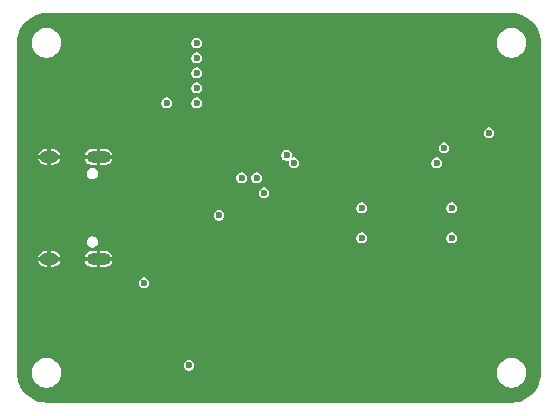
<source format=gbr>
G04 #@! TF.GenerationSoftware,KiCad,Pcbnew,9.0.2+dfsg-1*
G04 #@! TF.CreationDate,2025-08-10T10:43:45+08:00*
G04 #@! TF.ProjectId,stlink,73746c69-6e6b-42e6-9b69-6361645f7063,a*
G04 #@! TF.SameCoordinates,Original*
G04 #@! TF.FileFunction,Copper,L3,Inr*
G04 #@! TF.FilePolarity,Positive*
%FSLAX46Y46*%
G04 Gerber Fmt 4.6, Leading zero omitted, Abs format (unit mm)*
G04 Created by KiCad (PCBNEW 9.0.2+dfsg-1) date 2025-08-10 10:43:45*
%MOMM*%
%LPD*%
G01*
G04 APERTURE LIST*
G04 #@! TA.AperFunction,ComponentPad*
%ADD10O,2.100000X1.000000*%
G04 #@! TD*
G04 #@! TA.AperFunction,ComponentPad*
%ADD11O,1.600000X1.000000*%
G04 #@! TD*
G04 #@! TA.AperFunction,ViaPad*
%ADD12C,0.600000*%
G04 #@! TD*
G04 APERTURE END LIST*
D10*
G04 #@! TO.N,GND*
G04 #@! TO.C,J1*
X108540000Y-84580000D03*
D11*
X104360000Y-84580000D03*
D10*
X108540000Y-93220000D03*
D11*
X104360000Y-93220000D03*
G04 #@! TD*
D12*
G04 #@! TO.N,GND*
X114300000Y-76200000D03*
X107315000Y-89535000D03*
X114300000Y-78740000D03*
X107315000Y-88265000D03*
X114300000Y-74930000D03*
G04 #@! TO.N,+3V3*
X116840000Y-77470000D03*
X114300000Y-80010000D03*
X116205000Y-102235000D03*
X116840000Y-78740000D03*
X116840000Y-74930000D03*
X141605000Y-82550000D03*
X116840000Y-76200000D03*
X112395000Y-95250000D03*
X116840000Y-80010000D03*
G04 #@! TO.N,T_DIO*
X138430000Y-88900000D03*
X122555000Y-87630000D03*
G04 #@! TO.N,T_CLK*
X121920000Y-86360000D03*
X130810000Y-88900000D03*
G04 #@! TO.N,T_RX*
X137795000Y-83820000D03*
X124460000Y-84455000D03*
G04 #@! TO.N,T_TX*
X137160000Y-85090000D03*
X125095000Y-85090000D03*
G04 #@! TO.N,T_RST*
X138430000Y-91440000D03*
X120650000Y-86360000D03*
G04 #@! TO.N,T_SWO*
X118745000Y-89535000D03*
X130810000Y-91440000D03*
G04 #@! TD*
G04 #@! TA.AperFunction,Conductor*
G04 #@! TO.N,GND*
G36*
X143512264Y-72415637D02*
G01*
X143539262Y-72417270D01*
X143808559Y-72433559D01*
X143817558Y-72434653D01*
X144107294Y-72487748D01*
X144116089Y-72489916D01*
X144397309Y-72577548D01*
X144405800Y-72580768D01*
X144674399Y-72701654D01*
X144682437Y-72705873D01*
X144934510Y-72858256D01*
X144941983Y-72863415D01*
X145173843Y-73045066D01*
X145180640Y-73051088D01*
X145388911Y-73259359D01*
X145394933Y-73266156D01*
X145576584Y-73498016D01*
X145581743Y-73505489D01*
X145734126Y-73757562D01*
X145738346Y-73765603D01*
X145859231Y-74034199D01*
X145862451Y-74042690D01*
X145950080Y-74323899D01*
X145952253Y-74332716D01*
X146005345Y-74622433D01*
X146006440Y-74631447D01*
X146024363Y-74927735D01*
X146024500Y-74932276D01*
X146024500Y-102867723D01*
X146024363Y-102872264D01*
X146006440Y-103168552D01*
X146005345Y-103177566D01*
X145952253Y-103467283D01*
X145950080Y-103476100D01*
X145862451Y-103757309D01*
X145859231Y-103765800D01*
X145738346Y-104034396D01*
X145734126Y-104042437D01*
X145581743Y-104294510D01*
X145576584Y-104301983D01*
X145394933Y-104533843D01*
X145388911Y-104540640D01*
X145180640Y-104748911D01*
X145173843Y-104754933D01*
X144941983Y-104936584D01*
X144934510Y-104941743D01*
X144682437Y-105094126D01*
X144674396Y-105098346D01*
X144405800Y-105219231D01*
X144397309Y-105222451D01*
X144116100Y-105310080D01*
X144107283Y-105312253D01*
X143817566Y-105365345D01*
X143808552Y-105366440D01*
X143512265Y-105384363D01*
X143507724Y-105384500D01*
X104142276Y-105384500D01*
X104137735Y-105384363D01*
X103841447Y-105366440D01*
X103832433Y-105365345D01*
X103542716Y-105312253D01*
X103533899Y-105310080D01*
X103252690Y-105222451D01*
X103244199Y-105219231D01*
X102975603Y-105098346D01*
X102967562Y-105094126D01*
X102715489Y-104941743D01*
X102708016Y-104936584D01*
X102476156Y-104754933D01*
X102469359Y-104748911D01*
X102261088Y-104540640D01*
X102255066Y-104533843D01*
X102073415Y-104301983D01*
X102068256Y-104294510D01*
X101915871Y-104042434D01*
X101911653Y-104034396D01*
X101790768Y-103765800D01*
X101787548Y-103757309D01*
X101765395Y-103686218D01*
X101699916Y-103476089D01*
X101697748Y-103467294D01*
X101644653Y-103177558D01*
X101643559Y-103168559D01*
X101625637Y-102872263D01*
X101625500Y-102867723D01*
X101625500Y-102771392D01*
X102887100Y-102771392D01*
X102887100Y-102968607D01*
X102917950Y-103163385D01*
X102917953Y-103163400D01*
X102978891Y-103350946D01*
X103068424Y-103526664D01*
X103184343Y-103686210D01*
X103184350Y-103686218D01*
X103323781Y-103825649D01*
X103323789Y-103825656D01*
X103323791Y-103825658D01*
X103361866Y-103853321D01*
X103483335Y-103941575D01*
X103659053Y-104031108D01*
X103846599Y-104092046D01*
X103846608Y-104092047D01*
X103846612Y-104092049D01*
X104041395Y-104122900D01*
X104041399Y-104122900D01*
X104238601Y-104122900D01*
X104238605Y-104122900D01*
X104433388Y-104092049D01*
X104433392Y-104092047D01*
X104433400Y-104092046D01*
X104571157Y-104047285D01*
X104620947Y-104031108D01*
X104796663Y-103941576D01*
X104956209Y-103825658D01*
X105095658Y-103686209D01*
X105211576Y-103526663D01*
X105301108Y-103350947D01*
X105317527Y-103300414D01*
X105362046Y-103163400D01*
X105362047Y-103163392D01*
X105362049Y-103163388D01*
X105392900Y-102968605D01*
X105392900Y-102771395D01*
X105392900Y-102771392D01*
X142257100Y-102771392D01*
X142257100Y-102968607D01*
X142287950Y-103163385D01*
X142287953Y-103163400D01*
X142348891Y-103350946D01*
X142438424Y-103526664D01*
X142554343Y-103686210D01*
X142554350Y-103686218D01*
X142693781Y-103825649D01*
X142693789Y-103825656D01*
X142693791Y-103825658D01*
X142731866Y-103853321D01*
X142853335Y-103941575D01*
X143029053Y-104031108D01*
X143216599Y-104092046D01*
X143216608Y-104092047D01*
X143216612Y-104092049D01*
X143411395Y-104122900D01*
X143411399Y-104122900D01*
X143608601Y-104122900D01*
X143608605Y-104122900D01*
X143803388Y-104092049D01*
X143803392Y-104092047D01*
X143803400Y-104092046D01*
X143941157Y-104047285D01*
X143990947Y-104031108D01*
X144166663Y-103941576D01*
X144326209Y-103825658D01*
X144465658Y-103686209D01*
X144581576Y-103526663D01*
X144671108Y-103350947D01*
X144687527Y-103300414D01*
X144732046Y-103163400D01*
X144732047Y-103163392D01*
X144732049Y-103163388D01*
X144762900Y-102968605D01*
X144762900Y-102771395D01*
X144732049Y-102576612D01*
X144732047Y-102576608D01*
X144732046Y-102576599D01*
X144671108Y-102389053D01*
X144581575Y-102213335D01*
X144470304Y-102060186D01*
X144465658Y-102053791D01*
X144465656Y-102053789D01*
X144465649Y-102053781D01*
X144326218Y-101914350D01*
X144326210Y-101914343D01*
X144166664Y-101798424D01*
X143990946Y-101708891D01*
X143803400Y-101647953D01*
X143803385Y-101647950D01*
X143608607Y-101617100D01*
X143608605Y-101617100D01*
X143411395Y-101617100D01*
X143411392Y-101617100D01*
X143216614Y-101647950D01*
X143216599Y-101647953D01*
X143029053Y-101708891D01*
X142853335Y-101798424D01*
X142693789Y-101914343D01*
X142693781Y-101914350D01*
X142554350Y-102053781D01*
X142554343Y-102053789D01*
X142438424Y-102213335D01*
X142348891Y-102389053D01*
X142287953Y-102576599D01*
X142287950Y-102576614D01*
X142257100Y-102771392D01*
X105392900Y-102771392D01*
X105362049Y-102576612D01*
X105362047Y-102576608D01*
X105362046Y-102576599D01*
X105301108Y-102389053D01*
X105252994Y-102294625D01*
X105211576Y-102213337D01*
X105183995Y-102175375D01*
X115752100Y-102175375D01*
X115752100Y-102294625D01*
X115782964Y-102409813D01*
X115782964Y-102409814D01*
X115842589Y-102513087D01*
X115926912Y-102597410D01*
X115986538Y-102631834D01*
X116030187Y-102657036D01*
X116145375Y-102687900D01*
X116145378Y-102687900D01*
X116264622Y-102687900D01*
X116264625Y-102687900D01*
X116379813Y-102657036D01*
X116483087Y-102597410D01*
X116567410Y-102513087D01*
X116627036Y-102409813D01*
X116657900Y-102294625D01*
X116657900Y-102175375D01*
X116627036Y-102060187D01*
X116623342Y-102053789D01*
X116567410Y-101956912D01*
X116483087Y-101872589D01*
X116379813Y-101812964D01*
X116264625Y-101782100D01*
X116145375Y-101782100D01*
X116058984Y-101805248D01*
X116030186Y-101812964D01*
X116030185Y-101812964D01*
X115926912Y-101872589D01*
X115842589Y-101956912D01*
X115782964Y-102060185D01*
X115782964Y-102060186D01*
X115782964Y-102060187D01*
X115752100Y-102175375D01*
X105183995Y-102175375D01*
X105095658Y-102053791D01*
X105095656Y-102053789D01*
X105095649Y-102053781D01*
X104956218Y-101914350D01*
X104956210Y-101914343D01*
X104796664Y-101798424D01*
X104620946Y-101708891D01*
X104433400Y-101647953D01*
X104433385Y-101647950D01*
X104238607Y-101617100D01*
X104238605Y-101617100D01*
X104041395Y-101617100D01*
X104041392Y-101617100D01*
X103846614Y-101647950D01*
X103846599Y-101647953D01*
X103659053Y-101708891D01*
X103483335Y-101798424D01*
X103323789Y-101914343D01*
X103323781Y-101914350D01*
X103184350Y-102053781D01*
X103184343Y-102053789D01*
X103068424Y-102213335D01*
X102978891Y-102389053D01*
X102917953Y-102576599D01*
X102917950Y-102576614D01*
X102887100Y-102771392D01*
X101625500Y-102771392D01*
X101625500Y-95190375D01*
X111942100Y-95190375D01*
X111942100Y-95309625D01*
X111972964Y-95424813D01*
X111972964Y-95424814D01*
X112032589Y-95528087D01*
X112116912Y-95612410D01*
X112176538Y-95646834D01*
X112220187Y-95672036D01*
X112335375Y-95702900D01*
X112335378Y-95702900D01*
X112454622Y-95702900D01*
X112454625Y-95702900D01*
X112569813Y-95672036D01*
X112673087Y-95612410D01*
X112757410Y-95528087D01*
X112817036Y-95424813D01*
X112847900Y-95309625D01*
X112847900Y-95190375D01*
X112817036Y-95075187D01*
X112817035Y-95075185D01*
X112757410Y-94971912D01*
X112673087Y-94887589D01*
X112569813Y-94827964D01*
X112454625Y-94797100D01*
X112335375Y-94797100D01*
X112248984Y-94820248D01*
X112220186Y-94827964D01*
X112220185Y-94827964D01*
X112116912Y-94887589D01*
X112032589Y-94971912D01*
X111972964Y-95075185D01*
X111972964Y-95075186D01*
X111972964Y-95075187D01*
X111942100Y-95190375D01*
X101625500Y-95190375D01*
X101625500Y-93067599D01*
X103425132Y-93067599D01*
X103425133Y-93067600D01*
X103801577Y-93067600D01*
X103780444Y-93104204D01*
X103760000Y-93180504D01*
X103760000Y-93259496D01*
X103780444Y-93335796D01*
X103801577Y-93372400D01*
X103425133Y-93372400D01*
X103432671Y-93410298D01*
X103481851Y-93529029D01*
X103553244Y-93635877D01*
X103553252Y-93635886D01*
X103644113Y-93726747D01*
X103644122Y-93726755D01*
X103750970Y-93798148D01*
X103869698Y-93847327D01*
X103869699Y-93847328D01*
X103995743Y-93872400D01*
X104207600Y-93872400D01*
X104207600Y-93520000D01*
X104512400Y-93520000D01*
X104512400Y-93872400D01*
X104724257Y-93872400D01*
X104850300Y-93847328D01*
X104850301Y-93847327D01*
X104969029Y-93798148D01*
X105075877Y-93726755D01*
X105075886Y-93726747D01*
X105166747Y-93635886D01*
X105166755Y-93635877D01*
X105238148Y-93529029D01*
X105287328Y-93410298D01*
X105294867Y-93372400D01*
X104918423Y-93372400D01*
X104939556Y-93335796D01*
X104960000Y-93259496D01*
X104960000Y-93180504D01*
X104939556Y-93104204D01*
X104918423Y-93067600D01*
X105294867Y-93067600D01*
X105294867Y-93067599D01*
X107355132Y-93067599D01*
X107355133Y-93067600D01*
X107731577Y-93067600D01*
X107710444Y-93104204D01*
X107690000Y-93180504D01*
X107690000Y-93259496D01*
X107710444Y-93335796D01*
X107731577Y-93372400D01*
X107355133Y-93372400D01*
X107362671Y-93410298D01*
X107411851Y-93529029D01*
X107483244Y-93635877D01*
X107483252Y-93635886D01*
X107574113Y-93726747D01*
X107574122Y-93726755D01*
X107680970Y-93798148D01*
X107799698Y-93847327D01*
X107799699Y-93847328D01*
X107925743Y-93872400D01*
X108387600Y-93872400D01*
X108387600Y-93520000D01*
X108692400Y-93520000D01*
X108692400Y-93872400D01*
X109154257Y-93872400D01*
X109280300Y-93847328D01*
X109280301Y-93847327D01*
X109399029Y-93798148D01*
X109505877Y-93726755D01*
X109505886Y-93726747D01*
X109596747Y-93635886D01*
X109596755Y-93635877D01*
X109668148Y-93529029D01*
X109717328Y-93410298D01*
X109724867Y-93372400D01*
X109348423Y-93372400D01*
X109369556Y-93335796D01*
X109390000Y-93259496D01*
X109390000Y-93180504D01*
X109369556Y-93104204D01*
X109348423Y-93067600D01*
X109724867Y-93067600D01*
X109724867Y-93067599D01*
X109717328Y-93029701D01*
X109668148Y-92910970D01*
X109596755Y-92804122D01*
X109596747Y-92804113D01*
X109505886Y-92713252D01*
X109505877Y-92713244D01*
X109399029Y-92641851D01*
X109280301Y-92592672D01*
X109280300Y-92592671D01*
X109154257Y-92567600D01*
X108692400Y-92567600D01*
X108692400Y-92920000D01*
X108387600Y-92920000D01*
X108387600Y-92567600D01*
X107925743Y-92567600D01*
X107799699Y-92592671D01*
X107799698Y-92592672D01*
X107680970Y-92641851D01*
X107574122Y-92713244D01*
X107574113Y-92713252D01*
X107483252Y-92804113D01*
X107483244Y-92804122D01*
X107411851Y-92910970D01*
X107362671Y-93029701D01*
X107355132Y-93067599D01*
X105294867Y-93067599D01*
X105287328Y-93029701D01*
X105238148Y-92910970D01*
X105166755Y-92804122D01*
X105166747Y-92804113D01*
X105075886Y-92713252D01*
X105075877Y-92713244D01*
X104969029Y-92641851D01*
X104850301Y-92592672D01*
X104850300Y-92592671D01*
X104724257Y-92567600D01*
X104512400Y-92567600D01*
X104512400Y-92920000D01*
X104207600Y-92920000D01*
X104207600Y-92567600D01*
X103995743Y-92567600D01*
X103869699Y-92592671D01*
X103869698Y-92592672D01*
X103750970Y-92641851D01*
X103644122Y-92713244D01*
X103644113Y-92713252D01*
X103553252Y-92804113D01*
X103553244Y-92804122D01*
X103481851Y-92910970D01*
X103432671Y-93029701D01*
X103425132Y-93067599D01*
X101625500Y-93067599D01*
X101625500Y-91727083D01*
X107532100Y-91727083D01*
X107532100Y-91852917D01*
X107564668Y-91974462D01*
X107564671Y-91974470D01*
X107627584Y-92083438D01*
X107716561Y-92172415D01*
X107825529Y-92235328D01*
X107825532Y-92235329D01*
X107825537Y-92235332D01*
X107947083Y-92267900D01*
X107947086Y-92267900D01*
X108072914Y-92267900D01*
X108072917Y-92267900D01*
X108194463Y-92235332D01*
X108303438Y-92172415D01*
X108392415Y-92083438D01*
X108455332Y-91974463D01*
X108487900Y-91852917D01*
X108487900Y-91727083D01*
X108455332Y-91605537D01*
X108455329Y-91605532D01*
X108455328Y-91605529D01*
X108392415Y-91496561D01*
X108303438Y-91407584D01*
X108256311Y-91380375D01*
X130357100Y-91380375D01*
X130357100Y-91499625D01*
X130385476Y-91605529D01*
X130387964Y-91614813D01*
X130387964Y-91614814D01*
X130447589Y-91718087D01*
X130531912Y-91802410D01*
X130591538Y-91836834D01*
X130635187Y-91862036D01*
X130750375Y-91892900D01*
X130750378Y-91892900D01*
X130869622Y-91892900D01*
X130869625Y-91892900D01*
X130984813Y-91862036D01*
X131088087Y-91802410D01*
X131172410Y-91718087D01*
X131232036Y-91614813D01*
X131262900Y-91499625D01*
X131262900Y-91380375D01*
X137977100Y-91380375D01*
X137977100Y-91499625D01*
X138005476Y-91605529D01*
X138007964Y-91614813D01*
X138007964Y-91614814D01*
X138067589Y-91718087D01*
X138151912Y-91802410D01*
X138211538Y-91836834D01*
X138255187Y-91862036D01*
X138370375Y-91892900D01*
X138370378Y-91892900D01*
X138489622Y-91892900D01*
X138489625Y-91892900D01*
X138604813Y-91862036D01*
X138708087Y-91802410D01*
X138792410Y-91718087D01*
X138852036Y-91614813D01*
X138882900Y-91499625D01*
X138882900Y-91380375D01*
X138852036Y-91265187D01*
X138852035Y-91265185D01*
X138792410Y-91161912D01*
X138708087Y-91077589D01*
X138604813Y-91017964D01*
X138489625Y-90987100D01*
X138370375Y-90987100D01*
X138283984Y-91010248D01*
X138255186Y-91017964D01*
X138255185Y-91017964D01*
X138151912Y-91077589D01*
X138067589Y-91161912D01*
X138007964Y-91265185D01*
X138007964Y-91265186D01*
X138007964Y-91265187D01*
X137977100Y-91380375D01*
X131262900Y-91380375D01*
X131232036Y-91265187D01*
X131232035Y-91265185D01*
X131172410Y-91161912D01*
X131088087Y-91077589D01*
X130984813Y-91017964D01*
X130869625Y-90987100D01*
X130750375Y-90987100D01*
X130663984Y-91010248D01*
X130635186Y-91017964D01*
X130635185Y-91017964D01*
X130531912Y-91077589D01*
X130447589Y-91161912D01*
X130387964Y-91265185D01*
X130387964Y-91265186D01*
X130387964Y-91265187D01*
X130357100Y-91380375D01*
X108256311Y-91380375D01*
X108194470Y-91344671D01*
X108194464Y-91344669D01*
X108194463Y-91344668D01*
X108072917Y-91312100D01*
X107947083Y-91312100D01*
X107825537Y-91344668D01*
X107825529Y-91344671D01*
X107716561Y-91407584D01*
X107627584Y-91496561D01*
X107564671Y-91605529D01*
X107564668Y-91605537D01*
X107532100Y-91727083D01*
X101625500Y-91727083D01*
X101625500Y-89475375D01*
X118292100Y-89475375D01*
X118292100Y-89594625D01*
X118322964Y-89709813D01*
X118322964Y-89709814D01*
X118382589Y-89813087D01*
X118466912Y-89897410D01*
X118526538Y-89931834D01*
X118570187Y-89957036D01*
X118685375Y-89987900D01*
X118685378Y-89987900D01*
X118804622Y-89987900D01*
X118804625Y-89987900D01*
X118919813Y-89957036D01*
X119023087Y-89897410D01*
X119107410Y-89813087D01*
X119167036Y-89709813D01*
X119197900Y-89594625D01*
X119197900Y-89475375D01*
X119167036Y-89360187D01*
X119162829Y-89352900D01*
X119107410Y-89256912D01*
X119023087Y-89172589D01*
X118919813Y-89112964D01*
X118804625Y-89082100D01*
X118685375Y-89082100D01*
X118598984Y-89105248D01*
X118570186Y-89112964D01*
X118570185Y-89112964D01*
X118466912Y-89172589D01*
X118382589Y-89256912D01*
X118322964Y-89360185D01*
X118322964Y-89360186D01*
X118322964Y-89360187D01*
X118292100Y-89475375D01*
X101625500Y-89475375D01*
X101625500Y-88840375D01*
X130357100Y-88840375D01*
X130357100Y-88959625D01*
X130387964Y-89074813D01*
X130387964Y-89074814D01*
X130447589Y-89178087D01*
X130531912Y-89262410D01*
X130591538Y-89296834D01*
X130635187Y-89322036D01*
X130750375Y-89352900D01*
X130750378Y-89352900D01*
X130869622Y-89352900D01*
X130869625Y-89352900D01*
X130984813Y-89322036D01*
X131088087Y-89262410D01*
X131172410Y-89178087D01*
X131232036Y-89074813D01*
X131262900Y-88959625D01*
X131262900Y-88840375D01*
X137977100Y-88840375D01*
X137977100Y-88959625D01*
X138007964Y-89074813D01*
X138007964Y-89074814D01*
X138067589Y-89178087D01*
X138151912Y-89262410D01*
X138211538Y-89296834D01*
X138255187Y-89322036D01*
X138370375Y-89352900D01*
X138370378Y-89352900D01*
X138489622Y-89352900D01*
X138489625Y-89352900D01*
X138604813Y-89322036D01*
X138708087Y-89262410D01*
X138792410Y-89178087D01*
X138852036Y-89074813D01*
X138882900Y-88959625D01*
X138882900Y-88840375D01*
X138852036Y-88725187D01*
X138852035Y-88725185D01*
X138792410Y-88621912D01*
X138708087Y-88537589D01*
X138604813Y-88477964D01*
X138489625Y-88447100D01*
X138370375Y-88447100D01*
X138283984Y-88470248D01*
X138255186Y-88477964D01*
X138255185Y-88477964D01*
X138151912Y-88537589D01*
X138067589Y-88621912D01*
X138007964Y-88725185D01*
X138007964Y-88725186D01*
X138007964Y-88725187D01*
X137977100Y-88840375D01*
X131262900Y-88840375D01*
X131232036Y-88725187D01*
X131232035Y-88725185D01*
X131172410Y-88621912D01*
X131088087Y-88537589D01*
X130984813Y-88477964D01*
X130869625Y-88447100D01*
X130750375Y-88447100D01*
X130663984Y-88470248D01*
X130635186Y-88477964D01*
X130635185Y-88477964D01*
X130531912Y-88537589D01*
X130447589Y-88621912D01*
X130387964Y-88725185D01*
X130387964Y-88725186D01*
X130387964Y-88725187D01*
X130357100Y-88840375D01*
X101625500Y-88840375D01*
X101625500Y-87570375D01*
X122102100Y-87570375D01*
X122102100Y-87689625D01*
X122132964Y-87804813D01*
X122132964Y-87804814D01*
X122192589Y-87908087D01*
X122276912Y-87992410D01*
X122336538Y-88026834D01*
X122380187Y-88052036D01*
X122495375Y-88082900D01*
X122495378Y-88082900D01*
X122614622Y-88082900D01*
X122614625Y-88082900D01*
X122729813Y-88052036D01*
X122833087Y-87992410D01*
X122917410Y-87908087D01*
X122977036Y-87804813D01*
X123007900Y-87689625D01*
X123007900Y-87570375D01*
X122977036Y-87455187D01*
X122977035Y-87455185D01*
X122917410Y-87351912D01*
X122833087Y-87267589D01*
X122729813Y-87207964D01*
X122614625Y-87177100D01*
X122495375Y-87177100D01*
X122408984Y-87200248D01*
X122380186Y-87207964D01*
X122380185Y-87207964D01*
X122276912Y-87267589D01*
X122192589Y-87351912D01*
X122132964Y-87455185D01*
X122132964Y-87455186D01*
X122132964Y-87455187D01*
X122102100Y-87570375D01*
X101625500Y-87570375D01*
X101625500Y-85947083D01*
X107532100Y-85947083D01*
X107532100Y-86072917D01*
X107562183Y-86185187D01*
X107564668Y-86194462D01*
X107564671Y-86194470D01*
X107627584Y-86303438D01*
X107716561Y-86392415D01*
X107825529Y-86455328D01*
X107825532Y-86455329D01*
X107825537Y-86455332D01*
X107947083Y-86487900D01*
X107947086Y-86487900D01*
X108072914Y-86487900D01*
X108072917Y-86487900D01*
X108194463Y-86455332D01*
X108303438Y-86392415D01*
X108392415Y-86303438D01*
X108394183Y-86300375D01*
X120197100Y-86300375D01*
X120197100Y-86419625D01*
X120215394Y-86487900D01*
X120227964Y-86534813D01*
X120227964Y-86534814D01*
X120287589Y-86638087D01*
X120371912Y-86722410D01*
X120431538Y-86756834D01*
X120475187Y-86782036D01*
X120590375Y-86812900D01*
X120590378Y-86812900D01*
X120709622Y-86812900D01*
X120709625Y-86812900D01*
X120824813Y-86782036D01*
X120928087Y-86722410D01*
X121012410Y-86638087D01*
X121072036Y-86534813D01*
X121102900Y-86419625D01*
X121102900Y-86300375D01*
X121467100Y-86300375D01*
X121467100Y-86419625D01*
X121485394Y-86487900D01*
X121497964Y-86534813D01*
X121497964Y-86534814D01*
X121557589Y-86638087D01*
X121641912Y-86722410D01*
X121701538Y-86756834D01*
X121745187Y-86782036D01*
X121860375Y-86812900D01*
X121860378Y-86812900D01*
X121979622Y-86812900D01*
X121979625Y-86812900D01*
X122094813Y-86782036D01*
X122198087Y-86722410D01*
X122282410Y-86638087D01*
X122342036Y-86534813D01*
X122372900Y-86419625D01*
X122372900Y-86300375D01*
X122342036Y-86185187D01*
X122342035Y-86185185D01*
X122282410Y-86081912D01*
X122198087Y-85997589D01*
X122094813Y-85937964D01*
X121979625Y-85907100D01*
X121860375Y-85907100D01*
X121773984Y-85930248D01*
X121745186Y-85937964D01*
X121745185Y-85937964D01*
X121641912Y-85997589D01*
X121557589Y-86081912D01*
X121497964Y-86185185D01*
X121497964Y-86185186D01*
X121487676Y-86223583D01*
X121467100Y-86300375D01*
X121102900Y-86300375D01*
X121072036Y-86185187D01*
X121072035Y-86185185D01*
X121012410Y-86081912D01*
X120928087Y-85997589D01*
X120824813Y-85937964D01*
X120709625Y-85907100D01*
X120590375Y-85907100D01*
X120503984Y-85930248D01*
X120475186Y-85937964D01*
X120475185Y-85937964D01*
X120371912Y-85997589D01*
X120287589Y-86081912D01*
X120227964Y-86185185D01*
X120227964Y-86185186D01*
X120217676Y-86223583D01*
X120197100Y-86300375D01*
X108394183Y-86300375D01*
X108455332Y-86194463D01*
X108487900Y-86072917D01*
X108487900Y-85947083D01*
X108455332Y-85825537D01*
X108455329Y-85825532D01*
X108455328Y-85825529D01*
X108392415Y-85716561D01*
X108303438Y-85627584D01*
X108194470Y-85564671D01*
X108194464Y-85564669D01*
X108194463Y-85564668D01*
X108072917Y-85532100D01*
X107947083Y-85532100D01*
X107825537Y-85564668D01*
X107825529Y-85564671D01*
X107716561Y-85627584D01*
X107627584Y-85716561D01*
X107564671Y-85825529D01*
X107564668Y-85825537D01*
X107532100Y-85947083D01*
X101625500Y-85947083D01*
X101625500Y-84427599D01*
X103425132Y-84427599D01*
X103425133Y-84427600D01*
X103801577Y-84427600D01*
X103780444Y-84464204D01*
X103760000Y-84540504D01*
X103760000Y-84619496D01*
X103780444Y-84695796D01*
X103801577Y-84732400D01*
X103425133Y-84732400D01*
X103432671Y-84770298D01*
X103481851Y-84889029D01*
X103553244Y-84995877D01*
X103553252Y-84995886D01*
X103644113Y-85086747D01*
X103644122Y-85086755D01*
X103750970Y-85158148D01*
X103869698Y-85207327D01*
X103869699Y-85207328D01*
X103995743Y-85232400D01*
X104207600Y-85232400D01*
X104207600Y-84880000D01*
X104512400Y-84880000D01*
X104512400Y-85232400D01*
X104724257Y-85232400D01*
X104850300Y-85207328D01*
X104850301Y-85207327D01*
X104969029Y-85158148D01*
X105075877Y-85086755D01*
X105075886Y-85086747D01*
X105166747Y-84995886D01*
X105166755Y-84995877D01*
X105238148Y-84889029D01*
X105287328Y-84770298D01*
X105294867Y-84732400D01*
X104918423Y-84732400D01*
X104939556Y-84695796D01*
X104960000Y-84619496D01*
X104960000Y-84540504D01*
X104939556Y-84464204D01*
X104918423Y-84427600D01*
X105294867Y-84427600D01*
X105294867Y-84427599D01*
X107355132Y-84427599D01*
X107355133Y-84427600D01*
X107731577Y-84427600D01*
X107710444Y-84464204D01*
X107690000Y-84540504D01*
X107690000Y-84619496D01*
X107710444Y-84695796D01*
X107731577Y-84732400D01*
X107355133Y-84732400D01*
X107362671Y-84770298D01*
X107411851Y-84889029D01*
X107483244Y-84995877D01*
X107483252Y-84995886D01*
X107574113Y-85086747D01*
X107574122Y-85086755D01*
X107680970Y-85158148D01*
X107799698Y-85207327D01*
X107799699Y-85207328D01*
X107925743Y-85232400D01*
X108387600Y-85232400D01*
X108387600Y-84880000D01*
X108692400Y-84880000D01*
X108692400Y-85232400D01*
X109154257Y-85232400D01*
X109280300Y-85207328D01*
X109280301Y-85207327D01*
X109399029Y-85158148D01*
X109505877Y-85086755D01*
X109505886Y-85086747D01*
X109596747Y-84995886D01*
X109596755Y-84995877D01*
X109668148Y-84889029D01*
X109717328Y-84770298D01*
X109724867Y-84732400D01*
X109348423Y-84732400D01*
X109369556Y-84695796D01*
X109390000Y-84619496D01*
X109390000Y-84540504D01*
X109369556Y-84464204D01*
X109348423Y-84427600D01*
X109724867Y-84427600D01*
X109724867Y-84427599D01*
X109720395Y-84405117D01*
X109718457Y-84395375D01*
X124007100Y-84395375D01*
X124007100Y-84514625D01*
X124031948Y-84607360D01*
X124037964Y-84629813D01*
X124037964Y-84629814D01*
X124097589Y-84733087D01*
X124181912Y-84817410D01*
X124241538Y-84851834D01*
X124285187Y-84877036D01*
X124400375Y-84907900D01*
X124400378Y-84907900D01*
X124519625Y-84907900D01*
X124561118Y-84896782D01*
X124612360Y-84901264D01*
X124648734Y-84937637D01*
X124653218Y-84988881D01*
X124642100Y-85030375D01*
X124642100Y-85149625D01*
X124664279Y-85232400D01*
X124672964Y-85264813D01*
X124672964Y-85264814D01*
X124732589Y-85368087D01*
X124816912Y-85452410D01*
X124876538Y-85486834D01*
X124920187Y-85512036D01*
X125035375Y-85542900D01*
X125035378Y-85542900D01*
X125154622Y-85542900D01*
X125154625Y-85542900D01*
X125269813Y-85512036D01*
X125373087Y-85452410D01*
X125457410Y-85368087D01*
X125517036Y-85264813D01*
X125547900Y-85149625D01*
X125547900Y-85030375D01*
X136707100Y-85030375D01*
X136707100Y-85149625D01*
X136729279Y-85232400D01*
X136737964Y-85264813D01*
X136737964Y-85264814D01*
X136797589Y-85368087D01*
X136881912Y-85452410D01*
X136941538Y-85486834D01*
X136985187Y-85512036D01*
X137100375Y-85542900D01*
X137100378Y-85542900D01*
X137219622Y-85542900D01*
X137219625Y-85542900D01*
X137334813Y-85512036D01*
X137438087Y-85452410D01*
X137522410Y-85368087D01*
X137582036Y-85264813D01*
X137612900Y-85149625D01*
X137612900Y-85030375D01*
X137582036Y-84915187D01*
X137577829Y-84907900D01*
X137522410Y-84811912D01*
X137438087Y-84727589D01*
X137334813Y-84667964D01*
X137219625Y-84637100D01*
X137100375Y-84637100D01*
X137013984Y-84660248D01*
X136985186Y-84667964D01*
X136985185Y-84667964D01*
X136881912Y-84727589D01*
X136797589Y-84811912D01*
X136737964Y-84915185D01*
X136737964Y-84915186D01*
X136737964Y-84915187D01*
X136707100Y-85030375D01*
X125547900Y-85030375D01*
X125517036Y-84915187D01*
X125512829Y-84907900D01*
X125457410Y-84811912D01*
X125373087Y-84727589D01*
X125269813Y-84667964D01*
X125154625Y-84637100D01*
X125035375Y-84637100D01*
X124993881Y-84648218D01*
X124942637Y-84643734D01*
X124906264Y-84607360D01*
X124901782Y-84556118D01*
X124912900Y-84514625D01*
X124912900Y-84395375D01*
X124882036Y-84280187D01*
X124877829Y-84272900D01*
X124822410Y-84176912D01*
X124738087Y-84092589D01*
X124634813Y-84032964D01*
X124519625Y-84002100D01*
X124400375Y-84002100D01*
X124313984Y-84025248D01*
X124285186Y-84032964D01*
X124285185Y-84032964D01*
X124181912Y-84092589D01*
X124097589Y-84176912D01*
X124037964Y-84280185D01*
X124037964Y-84280186D01*
X124037964Y-84280187D01*
X124007100Y-84395375D01*
X109718457Y-84395375D01*
X109717328Y-84389701D01*
X109668148Y-84270970D01*
X109596755Y-84164122D01*
X109596747Y-84164113D01*
X109505886Y-84073252D01*
X109505877Y-84073244D01*
X109399029Y-84001851D01*
X109280301Y-83952672D01*
X109280300Y-83952671D01*
X109154257Y-83927600D01*
X108692400Y-83927600D01*
X108692400Y-84280000D01*
X108387600Y-84280000D01*
X108387600Y-83927600D01*
X107925743Y-83927600D01*
X107799699Y-83952671D01*
X107799698Y-83952672D01*
X107680970Y-84001851D01*
X107574122Y-84073244D01*
X107574113Y-84073252D01*
X107483252Y-84164113D01*
X107483244Y-84164122D01*
X107411851Y-84270970D01*
X107362671Y-84389701D01*
X107355132Y-84427599D01*
X105294867Y-84427599D01*
X105287328Y-84389701D01*
X105238148Y-84270970D01*
X105166755Y-84164122D01*
X105166747Y-84164113D01*
X105075886Y-84073252D01*
X105075877Y-84073244D01*
X104969029Y-84001851D01*
X104850301Y-83952672D01*
X104850300Y-83952671D01*
X104724257Y-83927600D01*
X104512400Y-83927600D01*
X104512400Y-84280000D01*
X104207600Y-84280000D01*
X104207600Y-83927600D01*
X103995743Y-83927600D01*
X103869699Y-83952671D01*
X103869698Y-83952672D01*
X103750970Y-84001851D01*
X103644122Y-84073244D01*
X103644113Y-84073252D01*
X103553252Y-84164113D01*
X103553244Y-84164122D01*
X103481851Y-84270970D01*
X103432671Y-84389701D01*
X103425132Y-84427599D01*
X101625500Y-84427599D01*
X101625500Y-83760375D01*
X137342100Y-83760375D01*
X137342100Y-83879625D01*
X137361673Y-83952672D01*
X137372964Y-83994813D01*
X137372964Y-83994814D01*
X137432589Y-84098087D01*
X137516912Y-84182410D01*
X137576538Y-84216834D01*
X137620187Y-84242036D01*
X137735375Y-84272900D01*
X137735378Y-84272900D01*
X137854622Y-84272900D01*
X137854625Y-84272900D01*
X137969813Y-84242036D01*
X138073087Y-84182410D01*
X138157410Y-84098087D01*
X138217036Y-83994813D01*
X138247900Y-83879625D01*
X138247900Y-83760375D01*
X138217036Y-83645187D01*
X138217035Y-83645185D01*
X138157410Y-83541912D01*
X138073087Y-83457589D01*
X137969813Y-83397964D01*
X137854625Y-83367100D01*
X137735375Y-83367100D01*
X137648984Y-83390248D01*
X137620186Y-83397964D01*
X137620185Y-83397964D01*
X137516912Y-83457589D01*
X137432589Y-83541912D01*
X137372964Y-83645185D01*
X137372964Y-83645186D01*
X137372964Y-83645187D01*
X137342100Y-83760375D01*
X101625500Y-83760375D01*
X101625500Y-82490375D01*
X141152100Y-82490375D01*
X141152100Y-82609625D01*
X141182964Y-82724813D01*
X141182964Y-82724814D01*
X141242589Y-82828087D01*
X141326912Y-82912410D01*
X141386538Y-82946834D01*
X141430187Y-82972036D01*
X141545375Y-83002900D01*
X141545378Y-83002900D01*
X141664622Y-83002900D01*
X141664625Y-83002900D01*
X141779813Y-82972036D01*
X141883087Y-82912410D01*
X141967410Y-82828087D01*
X142027036Y-82724813D01*
X142057900Y-82609625D01*
X142057900Y-82490375D01*
X142027036Y-82375187D01*
X142027035Y-82375185D01*
X141967410Y-82271912D01*
X141883087Y-82187589D01*
X141779813Y-82127964D01*
X141664625Y-82097100D01*
X141545375Y-82097100D01*
X141458984Y-82120248D01*
X141430186Y-82127964D01*
X141430185Y-82127964D01*
X141326912Y-82187589D01*
X141242589Y-82271912D01*
X141182964Y-82375185D01*
X141182964Y-82375186D01*
X141182964Y-82375187D01*
X141152100Y-82490375D01*
X101625500Y-82490375D01*
X101625500Y-79950375D01*
X113847100Y-79950375D01*
X113847100Y-80069625D01*
X113877964Y-80184813D01*
X113877964Y-80184814D01*
X113937589Y-80288087D01*
X114021912Y-80372410D01*
X114081538Y-80406834D01*
X114125187Y-80432036D01*
X114240375Y-80462900D01*
X114240378Y-80462900D01*
X114359622Y-80462900D01*
X114359625Y-80462900D01*
X114474813Y-80432036D01*
X114578087Y-80372410D01*
X114662410Y-80288087D01*
X114722036Y-80184813D01*
X114752900Y-80069625D01*
X114752900Y-79950375D01*
X116387100Y-79950375D01*
X116387100Y-80069625D01*
X116417964Y-80184813D01*
X116417964Y-80184814D01*
X116477589Y-80288087D01*
X116561912Y-80372410D01*
X116621538Y-80406834D01*
X116665187Y-80432036D01*
X116780375Y-80462900D01*
X116780378Y-80462900D01*
X116899622Y-80462900D01*
X116899625Y-80462900D01*
X117014813Y-80432036D01*
X117118087Y-80372410D01*
X117202410Y-80288087D01*
X117262036Y-80184813D01*
X117292900Y-80069625D01*
X117292900Y-79950375D01*
X117262036Y-79835187D01*
X117262035Y-79835185D01*
X117202410Y-79731912D01*
X117118087Y-79647589D01*
X117014813Y-79587964D01*
X116899625Y-79557100D01*
X116780375Y-79557100D01*
X116693984Y-79580248D01*
X116665186Y-79587964D01*
X116665185Y-79587964D01*
X116561912Y-79647589D01*
X116477589Y-79731912D01*
X116417964Y-79835185D01*
X116417964Y-79835186D01*
X116417964Y-79835187D01*
X116387100Y-79950375D01*
X114752900Y-79950375D01*
X114722036Y-79835187D01*
X114722035Y-79835185D01*
X114662410Y-79731912D01*
X114578087Y-79647589D01*
X114474813Y-79587964D01*
X114359625Y-79557100D01*
X114240375Y-79557100D01*
X114153984Y-79580248D01*
X114125186Y-79587964D01*
X114125185Y-79587964D01*
X114021912Y-79647589D01*
X113937589Y-79731912D01*
X113877964Y-79835185D01*
X113877964Y-79835186D01*
X113877964Y-79835187D01*
X113847100Y-79950375D01*
X101625500Y-79950375D01*
X101625500Y-78680375D01*
X116387100Y-78680375D01*
X116387100Y-78799625D01*
X116417964Y-78914813D01*
X116417964Y-78914814D01*
X116477589Y-79018087D01*
X116561912Y-79102410D01*
X116621538Y-79136834D01*
X116665187Y-79162036D01*
X116780375Y-79192900D01*
X116780378Y-79192900D01*
X116899622Y-79192900D01*
X116899625Y-79192900D01*
X117014813Y-79162036D01*
X117118087Y-79102410D01*
X117202410Y-79018087D01*
X117262036Y-78914813D01*
X117292900Y-78799625D01*
X117292900Y-78680375D01*
X117262036Y-78565187D01*
X117262035Y-78565185D01*
X117202410Y-78461912D01*
X117118087Y-78377589D01*
X117014813Y-78317964D01*
X116899625Y-78287100D01*
X116780375Y-78287100D01*
X116693984Y-78310248D01*
X116665186Y-78317964D01*
X116665185Y-78317964D01*
X116561912Y-78377589D01*
X116477589Y-78461912D01*
X116417964Y-78565185D01*
X116417964Y-78565186D01*
X116417964Y-78565187D01*
X116387100Y-78680375D01*
X101625500Y-78680375D01*
X101625500Y-77410375D01*
X116387100Y-77410375D01*
X116387100Y-77529625D01*
X116417964Y-77644813D01*
X116417964Y-77644814D01*
X116477589Y-77748087D01*
X116561912Y-77832410D01*
X116621538Y-77866834D01*
X116665187Y-77892036D01*
X116780375Y-77922900D01*
X116780378Y-77922900D01*
X116899622Y-77922900D01*
X116899625Y-77922900D01*
X117014813Y-77892036D01*
X117118087Y-77832410D01*
X117202410Y-77748087D01*
X117262036Y-77644813D01*
X117292900Y-77529625D01*
X117292900Y-77410375D01*
X117262036Y-77295187D01*
X117262035Y-77295185D01*
X117202410Y-77191912D01*
X117118087Y-77107589D01*
X117014813Y-77047964D01*
X116899625Y-77017100D01*
X116780375Y-77017100D01*
X116693984Y-77040248D01*
X116665186Y-77047964D01*
X116665185Y-77047964D01*
X116561912Y-77107589D01*
X116477589Y-77191912D01*
X116417964Y-77295185D01*
X116417964Y-77295186D01*
X116417964Y-77295187D01*
X116387100Y-77410375D01*
X101625500Y-77410375D01*
X101625500Y-74932276D01*
X101625637Y-74927735D01*
X101631465Y-74831392D01*
X102887100Y-74831392D01*
X102887100Y-75028607D01*
X102917950Y-75223385D01*
X102917953Y-75223400D01*
X102978891Y-75410946D01*
X103068424Y-75586664D01*
X103184343Y-75746210D01*
X103184350Y-75746218D01*
X103323781Y-75885649D01*
X103323789Y-75885656D01*
X103323791Y-75885658D01*
X103411045Y-75949052D01*
X103483335Y-76001575D01*
X103659053Y-76091108D01*
X103846599Y-76152046D01*
X103846608Y-76152047D01*
X103846612Y-76152049D01*
X104041395Y-76182900D01*
X104041399Y-76182900D01*
X104238601Y-76182900D01*
X104238605Y-76182900D01*
X104433388Y-76152049D01*
X104433392Y-76152047D01*
X104433400Y-76152046D01*
X104469319Y-76140375D01*
X116387100Y-76140375D01*
X116387100Y-76259625D01*
X116417964Y-76374813D01*
X116417964Y-76374814D01*
X116477589Y-76478087D01*
X116561912Y-76562410D01*
X116621538Y-76596834D01*
X116665187Y-76622036D01*
X116780375Y-76652900D01*
X116780378Y-76652900D01*
X116899622Y-76652900D01*
X116899625Y-76652900D01*
X117014813Y-76622036D01*
X117118087Y-76562410D01*
X117202410Y-76478087D01*
X117262036Y-76374813D01*
X117292900Y-76259625D01*
X117292900Y-76140375D01*
X117262036Y-76025187D01*
X117248404Y-76001576D01*
X117202410Y-75921912D01*
X117118087Y-75837589D01*
X117014813Y-75777964D01*
X116899625Y-75747100D01*
X116780375Y-75747100D01*
X116693984Y-75770248D01*
X116665186Y-75777964D01*
X116665185Y-75777964D01*
X116561912Y-75837589D01*
X116477589Y-75921912D01*
X116417964Y-76025185D01*
X116417964Y-76025186D01*
X116417964Y-76025187D01*
X116387100Y-76140375D01*
X104469319Y-76140375D01*
X104571157Y-76107285D01*
X104620947Y-76091108D01*
X104796663Y-76001576D01*
X104956209Y-75885658D01*
X105095658Y-75746209D01*
X105211576Y-75586663D01*
X105301108Y-75410947D01*
X105320249Y-75352036D01*
X105362046Y-75223400D01*
X105362047Y-75223392D01*
X105362049Y-75223388D01*
X105392900Y-75028605D01*
X105392900Y-74870375D01*
X116387100Y-74870375D01*
X116387100Y-74989625D01*
X116417964Y-75104813D01*
X116417964Y-75104814D01*
X116477589Y-75208087D01*
X116561912Y-75292410D01*
X116621538Y-75326834D01*
X116665187Y-75352036D01*
X116780375Y-75382900D01*
X116780378Y-75382900D01*
X116899622Y-75382900D01*
X116899625Y-75382900D01*
X117014813Y-75352036D01*
X117118087Y-75292410D01*
X117202410Y-75208087D01*
X117262036Y-75104813D01*
X117292900Y-74989625D01*
X117292900Y-74870375D01*
X117282455Y-74831392D01*
X142257100Y-74831392D01*
X142257100Y-75028607D01*
X142287950Y-75223385D01*
X142287953Y-75223400D01*
X142348891Y-75410946D01*
X142438424Y-75586664D01*
X142554343Y-75746210D01*
X142554350Y-75746218D01*
X142693781Y-75885649D01*
X142693789Y-75885656D01*
X142693791Y-75885658D01*
X142781045Y-75949052D01*
X142853335Y-76001575D01*
X143029053Y-76091108D01*
X143216599Y-76152046D01*
X143216608Y-76152047D01*
X143216612Y-76152049D01*
X143411395Y-76182900D01*
X143411399Y-76182900D01*
X143608601Y-76182900D01*
X143608605Y-76182900D01*
X143803388Y-76152049D01*
X143803392Y-76152047D01*
X143803400Y-76152046D01*
X143941157Y-76107285D01*
X143990947Y-76091108D01*
X144166663Y-76001576D01*
X144326209Y-75885658D01*
X144465658Y-75746209D01*
X144581576Y-75586663D01*
X144671108Y-75410947D01*
X144690249Y-75352036D01*
X144732046Y-75223400D01*
X144732047Y-75223392D01*
X144732049Y-75223388D01*
X144762900Y-75028605D01*
X144762900Y-74831395D01*
X144732049Y-74636612D01*
X144732047Y-74636608D01*
X144732046Y-74636599D01*
X144671108Y-74449053D01*
X144581575Y-74273335D01*
X144529052Y-74201045D01*
X144465658Y-74113791D01*
X144465656Y-74113789D01*
X144465649Y-74113781D01*
X144326218Y-73974350D01*
X144326210Y-73974343D01*
X144166664Y-73858424D01*
X143990946Y-73768891D01*
X143803400Y-73707953D01*
X143803385Y-73707950D01*
X143608607Y-73677100D01*
X143608605Y-73677100D01*
X143411395Y-73677100D01*
X143411392Y-73677100D01*
X143216614Y-73707950D01*
X143216599Y-73707953D01*
X143029053Y-73768891D01*
X142853335Y-73858424D01*
X142693789Y-73974343D01*
X142693781Y-73974350D01*
X142554350Y-74113781D01*
X142554343Y-74113789D01*
X142438424Y-74273335D01*
X142348891Y-74449053D01*
X142287953Y-74636599D01*
X142287950Y-74636614D01*
X142257100Y-74831392D01*
X117282455Y-74831392D01*
X117262036Y-74755187D01*
X117262035Y-74755185D01*
X117202410Y-74651912D01*
X117118087Y-74567589D01*
X117014813Y-74507964D01*
X116983545Y-74499586D01*
X116899625Y-74477100D01*
X116780375Y-74477100D01*
X116696455Y-74499586D01*
X116665186Y-74507964D01*
X116665185Y-74507964D01*
X116561912Y-74567589D01*
X116477589Y-74651912D01*
X116417964Y-74755185D01*
X116417964Y-74755186D01*
X116417964Y-74755187D01*
X116387100Y-74870375D01*
X105392900Y-74870375D01*
X105392900Y-74831395D01*
X105362049Y-74636612D01*
X105362047Y-74636608D01*
X105362046Y-74636599D01*
X105301108Y-74449053D01*
X105211575Y-74273335D01*
X105159052Y-74201045D01*
X105095658Y-74113791D01*
X105095656Y-74113789D01*
X105095649Y-74113781D01*
X104956218Y-73974350D01*
X104956210Y-73974343D01*
X104796664Y-73858424D01*
X104620946Y-73768891D01*
X104433400Y-73707953D01*
X104433385Y-73707950D01*
X104238607Y-73677100D01*
X104238605Y-73677100D01*
X104041395Y-73677100D01*
X104041392Y-73677100D01*
X103846614Y-73707950D01*
X103846599Y-73707953D01*
X103659053Y-73768891D01*
X103483335Y-73858424D01*
X103323789Y-73974343D01*
X103323781Y-73974350D01*
X103184350Y-74113781D01*
X103184343Y-74113789D01*
X103068424Y-74273335D01*
X102978891Y-74449053D01*
X102917953Y-74636599D01*
X102917950Y-74636614D01*
X102887100Y-74831392D01*
X101631465Y-74831392D01*
X101631918Y-74823899D01*
X101631918Y-74823898D01*
X101634215Y-74785925D01*
X101643560Y-74631438D01*
X101644652Y-74622443D01*
X101697749Y-74332701D01*
X101699915Y-74323914D01*
X101787549Y-74042684D01*
X101790768Y-74034199D01*
X101817707Y-73974343D01*
X101911657Y-73765593D01*
X101915867Y-73757571D01*
X102068261Y-73505481D01*
X102073409Y-73498023D01*
X102255072Y-73266148D01*
X102261080Y-73259367D01*
X102469367Y-73051080D01*
X102476148Y-73045072D01*
X102708023Y-72863409D01*
X102715481Y-72858261D01*
X102967571Y-72705867D01*
X102975593Y-72701657D01*
X103244204Y-72580765D01*
X103252684Y-72577549D01*
X103533914Y-72489915D01*
X103542701Y-72487749D01*
X103832443Y-72434652D01*
X103841438Y-72433560D01*
X104113440Y-72417106D01*
X104137736Y-72415637D01*
X104142276Y-72415500D01*
X104148285Y-72415500D01*
X143501715Y-72415500D01*
X143507724Y-72415500D01*
X143512264Y-72415637D01*
G37*
G04 #@! TD.AperFunction*
G04 #@! TD*
M02*

</source>
